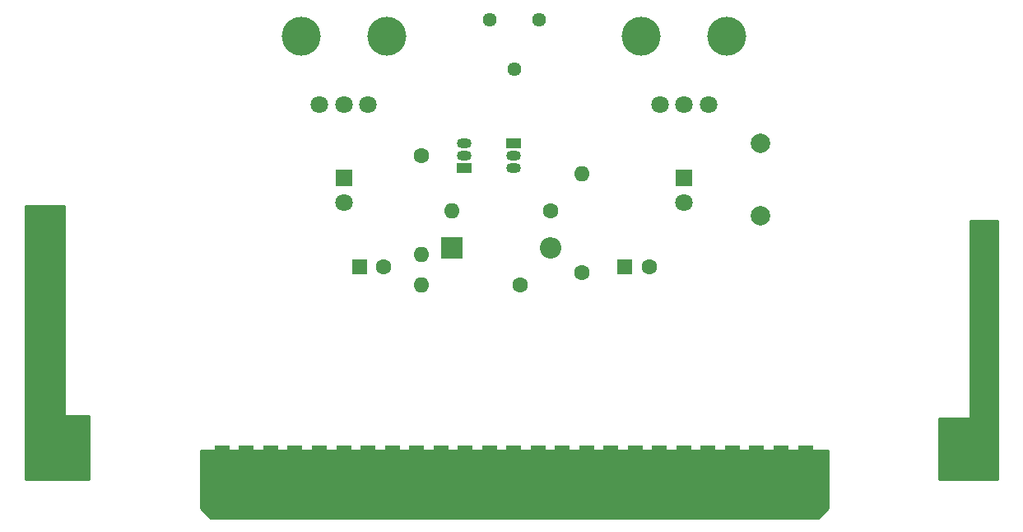
<source format=gbr>
%TF.GenerationSoftware,KiCad,Pcbnew,(5.1.7)-1*%
%TF.CreationDate,2021-01-02T16:42:09-06:00*%
%TF.ProjectId,ConsolePedalFuzz,436f6e73-6f6c-4655-9065-64616c46757a,rev?*%
%TF.SameCoordinates,Original*%
%TF.FileFunction,Soldermask,Top*%
%TF.FilePolarity,Negative*%
%FSLAX46Y46*%
G04 Gerber Fmt 4.6, Leading zero omitted, Abs format (unit mm)*
G04 Created by KiCad (PCBNEW (5.1.7)-1) date 2021-01-02 16:42:09*
%MOMM*%
%LPD*%
G01*
G04 APERTURE LIST*
%ADD10R,1.800000X1.800000*%
%ADD11C,1.800000*%
%ADD12R,1.500000X7.000000*%
%ADD13C,5.000000*%
%ADD14O,1.500000X1.050000*%
%ADD15R,1.500000X1.050000*%
%ADD16C,4.000000*%
%ADD17R,1.600000X1.600000*%
%ADD18C,1.600000*%
%ADD19C,2.000000*%
%ADD20R,2.200000X2.200000*%
%ADD21O,2.200000X2.200000*%
%ADD22O,1.600000X1.600000*%
%ADD23C,1.440000*%
%ADD24C,0.254000*%
%ADD25C,0.100000*%
G04 APERTURE END LIST*
D10*
%TO.C,D1*%
X115250000Y-95000000D03*
D11*
X115250000Y-97540000D03*
%TD*%
%TO.C,D2*%
X150250000Y-97540000D03*
D10*
X150250000Y-95000000D03*
%TD*%
D12*
%TO.C,J1*%
X102715000Y-126000000D03*
X105215000Y-126000000D03*
X107715000Y-126000000D03*
X110215000Y-126000000D03*
X112715000Y-126000000D03*
X115215000Y-126000000D03*
X117715000Y-126000000D03*
X120215000Y-126000000D03*
X122715000Y-126000000D03*
X125215000Y-126000000D03*
X127715000Y-126000000D03*
X130215000Y-126000000D03*
X132715000Y-126000000D03*
X135215000Y-126000000D03*
X137715000Y-126000000D03*
X140215000Y-126000000D03*
X142715000Y-126000000D03*
X145215000Y-126000000D03*
X147715000Y-126000000D03*
X150215000Y-126000000D03*
X152715000Y-126000000D03*
X155215000Y-126000000D03*
X157715000Y-126000000D03*
X160215000Y-126000000D03*
X162715000Y-126000000D03*
%TD*%
D13*
%TO.C,H1*%
X85350000Y-122600000D03*
%TD*%
%TO.C,H2*%
X180150000Y-122600000D03*
%TD*%
D14*
%TO.C,Q1*%
X132715000Y-92710000D03*
X132715000Y-93980000D03*
D15*
X132715000Y-91440000D03*
%TD*%
%TO.C,Q2*%
X127635000Y-93980000D03*
D14*
X127635000Y-91440000D03*
X127635000Y-92710000D03*
%TD*%
D16*
%TO.C,RV1*%
X119650000Y-80500000D03*
X110850000Y-80500000D03*
D11*
X117750000Y-87500000D03*
X115250000Y-87500000D03*
X112750000Y-87500000D03*
%TD*%
%TO.C,RV2*%
X147750000Y-87500000D03*
X150250000Y-87500000D03*
X152750000Y-87500000D03*
D16*
X145850000Y-80500000D03*
X154650000Y-80500000D03*
%TD*%
D17*
%TO.C,C1*%
X144145000Y-104140000D03*
D18*
X146645000Y-104140000D03*
%TD*%
D19*
%TO.C,C2*%
X158115000Y-91440000D03*
X158115000Y-98940000D03*
%TD*%
D17*
%TO.C,C3*%
X116840000Y-104140000D03*
D18*
X119340000Y-104140000D03*
%TD*%
D20*
%TO.C,D3*%
X126365000Y-102235000D03*
D21*
X136525000Y-102235000D03*
%TD*%
D22*
%TO.C,R1*%
X123190000Y-102870000D03*
D18*
X123190000Y-92710000D03*
%TD*%
%TO.C,R2*%
X133350000Y-106045000D03*
D22*
X123190000Y-106045000D03*
%TD*%
D18*
%TO.C,R3*%
X139700000Y-104775000D03*
D22*
X139700000Y-94615000D03*
%TD*%
D18*
%TO.C,R4*%
X136525000Y-98425000D03*
D22*
X126365000Y-98425000D03*
%TD*%
D23*
%TO.C,RV3*%
X135330000Y-78740000D03*
X132790000Y-83820000D03*
X130250000Y-78740000D03*
%TD*%
D24*
X165000000Y-129000000D02*
X164000000Y-130000000D01*
X101500000Y-130000000D01*
X100500000Y-129000000D01*
X100500000Y-123063000D01*
X165000000Y-123063000D01*
X165000000Y-129000000D01*
D25*
G36*
X165000000Y-129000000D02*
G01*
X164000000Y-130000000D01*
X101500000Y-130000000D01*
X100500000Y-129000000D01*
X100500000Y-123063000D01*
X165000000Y-123063000D01*
X165000000Y-129000000D01*
G37*
D24*
X86487000Y-119380000D02*
X86489440Y-119404776D01*
X86496667Y-119428601D01*
X86508403Y-119450557D01*
X86524197Y-119469803D01*
X86543443Y-119485597D01*
X86565399Y-119497333D01*
X86589224Y-119504560D01*
X86614000Y-119507000D01*
X89000000Y-119507000D01*
X89000000Y-126000000D01*
X82500000Y-126000000D01*
X82500000Y-97917000D01*
X86487000Y-97917000D01*
X86487000Y-119380000D01*
D25*
G36*
X86487000Y-119380000D02*
G01*
X86489440Y-119404776D01*
X86496667Y-119428601D01*
X86508403Y-119450557D01*
X86524197Y-119469803D01*
X86543443Y-119485597D01*
X86565399Y-119497333D01*
X86589224Y-119504560D01*
X86614000Y-119507000D01*
X89000000Y-119507000D01*
X89000000Y-126000000D01*
X82500000Y-126000000D01*
X82500000Y-97917000D01*
X86487000Y-97917000D01*
X86487000Y-119380000D01*
G37*
D24*
X182499000Y-126000000D02*
X176500000Y-126000000D01*
X176500000Y-119761000D01*
X179578000Y-119761000D01*
X179602776Y-119758560D01*
X179626601Y-119751333D01*
X179648557Y-119739597D01*
X179667803Y-119723803D01*
X179683597Y-119704557D01*
X179695333Y-119682601D01*
X179702560Y-119658776D01*
X179705000Y-119634000D01*
X179705000Y-99441000D01*
X182499000Y-99441000D01*
X182499000Y-126000000D01*
D25*
G36*
X182499000Y-126000000D02*
G01*
X176500000Y-126000000D01*
X176500000Y-119761000D01*
X179578000Y-119761000D01*
X179602776Y-119758560D01*
X179626601Y-119751333D01*
X179648557Y-119739597D01*
X179667803Y-119723803D01*
X179683597Y-119704557D01*
X179695333Y-119682601D01*
X179702560Y-119658776D01*
X179705000Y-119634000D01*
X179705000Y-99441000D01*
X182499000Y-99441000D01*
X182499000Y-126000000D01*
G37*
M02*

</source>
